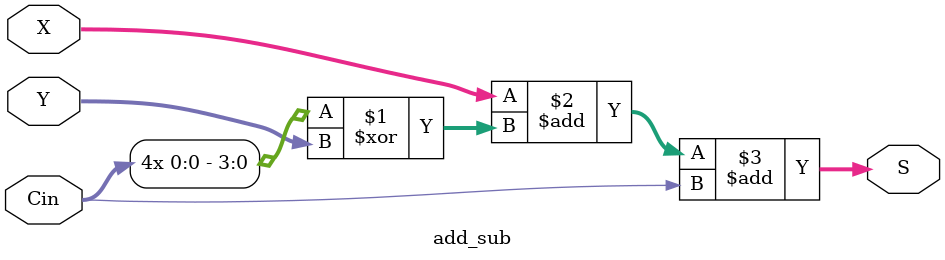
<source format=sv>
module add_sub #(parameter data_size = 4)
(
    input logic [data_size-1:0]  X, 
    input logic [data_size-1:0]  Y, 
    input logic                  Cin,           //

    output logic [data_size-1:0] S
    // output logic                 Co
);

    // ksa_adder #(data_size) adder (X, {data_size{Cin}}^Y, Cin, S, cout);
    assign S = X + ({data_size{Cin}} ^ Y ) + Cin;
    // assign Co = cout^Cin;           

endmodule

</source>
